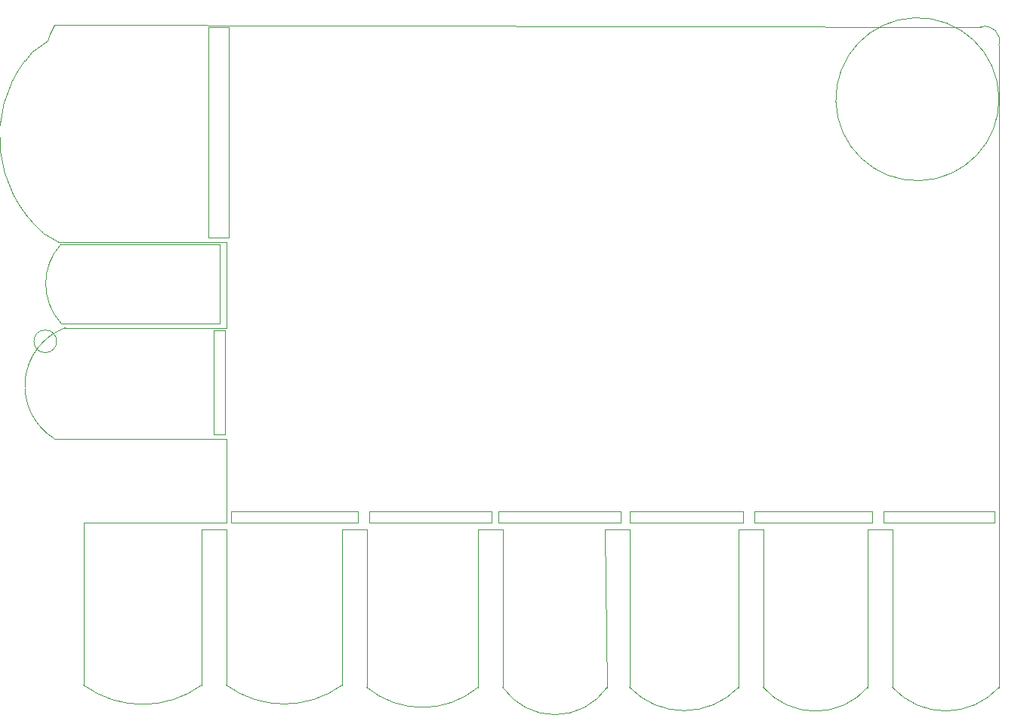
<source format=gbr>
%TF.GenerationSoftware,KiCad,Pcbnew,(5.99.0-11498-g1a301d8eea)*%
%TF.CreationDate,2021-09-07T22:17:04+03:00*%
%TF.ProjectId,f,662e6b69-6361-4645-9f70-636258585858,rev?*%
%TF.SameCoordinates,Original*%
%TF.FileFunction,Profile,NP*%
%FSLAX46Y46*%
G04 Gerber Fmt 4.6, Leading zero omitted, Abs format (unit mm)*
G04 Created by KiCad (PCBNEW (5.99.0-11498-g1a301d8eea)) date 2021-09-07 22:17:04*
%MOMM*%
%LPD*%
G01*
G04 APERTURE LIST*
%TA.AperFunction,Profile*%
%ADD10C,0.100000*%
%TD*%
G04 APERTURE END LIST*
D10*
X180848000Y-91948000D02*
X180848000Y-93218000D01*
X178816000Y-91948000D02*
X180848000Y-91948000D01*
X149733000Y-83312000D02*
X151003000Y-83312000D01*
X165862000Y-93218000D02*
X163322000Y-93218000D01*
X148336000Y-93980000D02*
X148336000Y-111506000D01*
X149098000Y-61214000D02*
X151384000Y-61214000D01*
X209042000Y-93218000D02*
X208026000Y-93218000D01*
X222758000Y-91948000D02*
X223520000Y-91948000D01*
X209042000Y-91948000D02*
X209042000Y-93218000D01*
X151003000Y-71628000D02*
X149733000Y-71628000D01*
X208534000Y-91948000D02*
X209042000Y-91948000D01*
X131318000Y-38354000D02*
X131064000Y-39116000D01*
X163322000Y-91948000D02*
X165862000Y-91948000D01*
X149098000Y-37592000D02*
X149098000Y-61214000D01*
X182118000Y-93980000D02*
X179324000Y-93980000D01*
X166878000Y-93980000D02*
X164084000Y-93980000D01*
X225552000Y-91948000D02*
X224790000Y-91948000D01*
X131064000Y-39116000D02*
X129286000Y-40386000D01*
X211328000Y-93980000D02*
X211328000Y-111760000D01*
X180848000Y-93218000D02*
X180594000Y-93218000D01*
X181610000Y-93218000D02*
X182372000Y-93218000D01*
X195326000Y-91948000D02*
X195326000Y-93218000D01*
X237744000Y-45466000D02*
G75*
G02*
X237744000Y-45466000I-9144000J-254000D01*
G01*
X151003000Y-83312000D02*
X151003000Y-71628000D01*
X135128000Y-93218000D02*
X135128000Y-93980000D01*
X135128000Y-93218000D02*
X151130000Y-93218000D01*
X151130000Y-83820000D02*
X131826000Y-83820000D01*
X237236000Y-93218000D02*
X237236000Y-91948000D01*
X135128000Y-111506000D02*
X135128000Y-93980000D01*
X224790000Y-91948000D02*
X224790000Y-93218000D01*
X181610000Y-91948000D02*
X181610000Y-93218000D01*
X225552000Y-93218000D02*
X237236000Y-93218000D01*
X148336000Y-111506000D02*
G75*
G02*
X135128000Y-111506000I-6604000J9072164D01*
G01*
X196342000Y-91948000D02*
X196342000Y-93218000D01*
X166878000Y-111760000D02*
X166878000Y-93980000D01*
X151130000Y-71374000D02*
X151130000Y-61976000D01*
X223012000Y-93980000D02*
X225806000Y-93980000D01*
X179324000Y-93980000D02*
X179324000Y-111760000D01*
X211074000Y-91948000D02*
X210312000Y-91948000D01*
X196342000Y-93218000D02*
X208026000Y-93218000D01*
X149733000Y-71628000D02*
X149733000Y-83312000D01*
X151638000Y-93218000D02*
X163322000Y-93218000D01*
X163322000Y-91948000D02*
X151638000Y-91948000D01*
X193802000Y-111760000D02*
G75*
G02*
X182118000Y-111760000I-5842000J4055301D01*
G01*
X165862000Y-91948000D02*
X165862000Y-93218000D01*
X167132000Y-91948000D02*
X167132000Y-93218000D01*
X237236000Y-91948000D02*
X225552000Y-91948000D01*
X128524000Y-41402000D02*
X129286000Y-40386000D01*
X178816000Y-91948000D02*
X167132000Y-91948000D01*
X132588000Y-61976000D02*
G75*
G03*
X132588000Y-70866000I4873818J-4445000D01*
G01*
X151130000Y-61976000D02*
X151130000Y-61722000D01*
X208534000Y-111760000D02*
G75*
G02*
X196342000Y-111760000I-6096000J5842004D01*
G01*
X151130000Y-93980000D02*
X148336000Y-93980000D01*
X132334000Y-61722000D02*
X130556000Y-60706000D01*
X151384000Y-37846000D02*
X151384000Y-37592000D01*
X223520000Y-91948000D02*
X223520000Y-93218000D01*
X237744000Y-111760000D02*
G75*
G02*
X225806000Y-111760000I-5969000J5439728D01*
G01*
X222758000Y-91948000D02*
X211074000Y-91948000D01*
X196342000Y-93980000D02*
X193548000Y-93980000D01*
X182118000Y-111760000D02*
X182118000Y-93980000D01*
X211328000Y-93980000D02*
X208534000Y-93980000D01*
X150368000Y-61976000D02*
X150368000Y-62738000D01*
X208534000Y-93980000D02*
X208534000Y-111760000D01*
X164084000Y-93980000D02*
X164084000Y-111506000D01*
X237744000Y-111760000D02*
X237743999Y-39624000D01*
X193548000Y-93980000D02*
X193802000Y-111760000D01*
X235712000Y-37592000D02*
X131826000Y-37338000D01*
X151130000Y-93218000D02*
X151130000Y-83820000D01*
X151384000Y-37846000D02*
X151384000Y-61214000D01*
X208026000Y-91948000D02*
X196342000Y-91948000D01*
X210312000Y-93218000D02*
X211074000Y-93218000D01*
X151384000Y-37592000D02*
X149098000Y-37592000D01*
X167132000Y-93218000D02*
X178816000Y-93218000D01*
X235712000Y-37591998D02*
G75*
G02*
X237743999Y-39624000I451558J-1580442D01*
G01*
X180594000Y-93218000D02*
X178816000Y-93218000D01*
X223520000Y-93218000D02*
X222758000Y-93218000D01*
X223012000Y-111760000D02*
X223012000Y-93980000D01*
X132588000Y-61976000D02*
X150368000Y-61976000D01*
X210312000Y-91948000D02*
X210312000Y-93218000D01*
X208026000Y-91948000D02*
X208534000Y-91948000D01*
X151130000Y-111506000D02*
X151130000Y-93980000D01*
X128524000Y-41402000D02*
G75*
G03*
X130556000Y-60706000I11455984J-8553054D01*
G01*
X224790000Y-93218000D02*
X225552000Y-93218000D01*
X195326000Y-93218000D02*
X194056000Y-93218000D01*
X223012000Y-111760000D02*
G75*
G02*
X211328000Y-111760000I-5842000J5080843D01*
G01*
X164084000Y-111506000D02*
G75*
G02*
X151130000Y-111506000I-6477000J8897703D01*
G01*
X179324000Y-111760000D02*
G75*
G02*
X166878000Y-111760000I-6223000J7528127D01*
G01*
X133056331Y-71373999D02*
G75*
G03*
X131826000Y-83820000I2434372J-6524458D01*
G01*
X150368000Y-70866000D02*
X150368000Y-62738000D01*
X151130000Y-71374000D02*
X133056331Y-71374000D01*
X182372000Y-91948000D02*
X181610000Y-91948000D01*
X182372000Y-93218000D02*
X194056000Y-93218000D01*
X211074000Y-93218000D02*
X222758000Y-93218000D01*
X130810000Y-71628000D02*
G75*
G02*
X130810000Y-71628000I0J-1270000D01*
G01*
X151130000Y-61722000D02*
X132334000Y-61722000D01*
X131826000Y-37338000D02*
X131318000Y-38354000D01*
X151638000Y-91948000D02*
X151638000Y-93218000D01*
X132588000Y-70866000D02*
X150368000Y-70866000D01*
X196342000Y-111760000D02*
X196342000Y-93980000D01*
X195326000Y-91948000D02*
X182372000Y-91948000D01*
X225806000Y-93980000D02*
X225806000Y-111760000D01*
M02*

</source>
